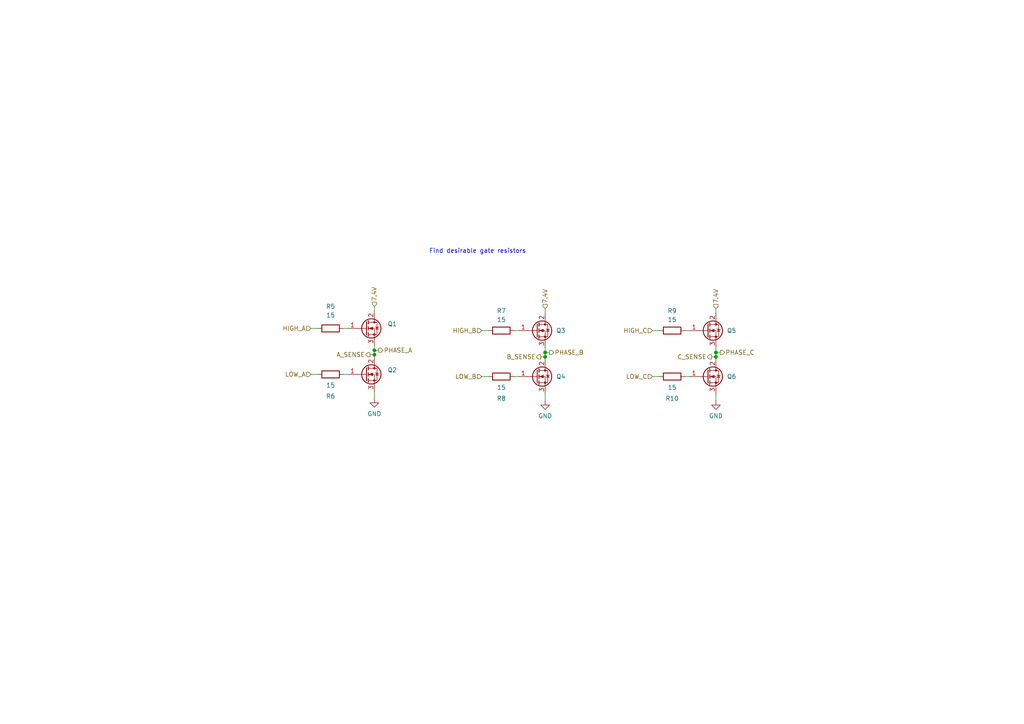
<source format=kicad_sch>
(kicad_sch (version 20230121) (generator eeschema)
  (paper "A4")
  (lib_symbols
    (symbol "Device:Q_NMOS_GDS" (pin_names (offset 0) hide)
      (property "Reference" "Q" (at 5.08 1.27 0))
      (property "Value" "Q_NMOS_GDS" (at 5.08 -1.27 0))
      (symbol "Q_NMOS_GDS_0_1"
        (polyline (pts (xy 0.254 0) (xy -2.54 0)))
        (polyline (pts (xy 0.254 1.905) (xy 0.254 -1.905)) (stroke (width 0.254)))
        (polyline (pts (xy 0.762 -1.27) (xy 0.762 -2.286)) (stroke (width 0.254)))
        (polyline (pts (xy 0.762 0.508) (xy 0.762 -0.508)) (stroke (width 0.254)))
        (polyline (pts (xy 0.762 2.286) (xy 0.762 1.27)) (stroke (width 0.254)))
        (polyline (pts (xy 2.54 2.54) (xy 2.54 1.778)))
        (polyline (pts (xy 2.54 -2.54) (xy 2.54 0) (xy 0.762 0)))
        (polyline (pts (xy 0.762 -1.778) (xy 3.302 -1.778) (xy 3.302 1.778) (xy 0.762 1.778)))
        (polyline (pts (xy 1.016 0) (xy 2.032 0.381) (xy 2.032 -0.381) (xy 1.016 0)) (fill (type outline)))
        (polyline (pts (xy 2.794 0.508) (xy 2.921 0.381) (xy 3.683 0.381) (xy 3.81 0.254)))
        (polyline (pts (xy 3.302 0.381) (xy 2.921 -0.254) (xy 3.683 -0.254) (xy 3.302 0.381)))
        (circle (center 1.651 0) (radius 2.794) (stroke (width 0.254)))
        (circle (center 2.54 -1.778) (radius 0.254) (fill (type outline)))
        (circle (center 2.54 1.778) (radius 0.254) (fill (type outline)))
      )
      (symbol "Q_NMOS_GDS_1_1"
        (pin input line (at -5.08 0 0) (length 2.54) (name "G") (number "1"))
        (pin passive line (at 2.54 5.08 270) (length 2.54) (name "D") (number "2"))
        (pin passive line (at 2.54 -5.08 90) (length 2.54) (name "S") (number "3"))
      )
    )
    (symbol "Device:R" (pin_numbers hide) (pin_names (offset 0))
      (property "Reference" "R" (at 2.032 0 90))
      (property "Value" "R" (at 0 0 90))
      (symbol "R_0_1"
        (rectangle (start -1.016 -2.54) (end 1.016 2.54) (stroke (width 0.254)))
      )
      (symbol "R_1_1"
        (pin passive line (at 0 3.81 270) (length 1.27) (name "~") (number "1"))
        (pin passive line (at 0 -3.81 90) (length 1.27) (name "~") (number "2"))
      )
    )
    (symbol "power:GND" (power) (pin_names (offset 0))
      (property "Value" "GND" (at 0 -3.81 0))
      (symbol "GND_0_1"
        (polyline (pts (xy 0 0) (xy 0 -1.27) (xy 1.27 -1.27) (xy 0 -2.54) (xy -1.27 -1.27) (xy 0 -1.27)))
      )
      (symbol "GND_1_1"
        (pin power_in line (at 0 0 270) (length 0) hide (name "GND") (number "1"))
      )
    )
  )
  (junction (at 207.645 102.235))
  (junction (at 158.115 103.505))
  (junction (at 108.585 102.87))
  (junction (at 207.645 103.505))
  (junction (at 108.585 101.6))
  (junction (at 158.115 102.235))
  (wire (pts (xy 158.115 102.235) (xy 159.385 102.235)))
  (wire (pts (xy 189.23 109.22) (xy 191.135 109.22)))
  (wire (pts (xy 206.375 103.505) (xy 207.645 103.505)))
  (wire (pts (xy 108.585 101.6) (xy 109.855 101.6)))
  (wire (pts (xy 108.585 102.87) (xy 108.585 103.505)))
  (wire (pts (xy 108.585 113.665) (xy 108.585 115.57)))
  (wire (pts (xy 108.585 101.6) (xy 108.585 102.87)))
  (wire (pts (xy 158.115 103.505) (xy 158.115 104.14)))
  (wire (pts (xy 207.645 89.535) (xy 207.645 90.805)))
  (wire (pts (xy 158.115 100.965) (xy 158.115 102.235)))
  (wire (pts (xy 158.115 102.235) (xy 158.115 103.505)))
  (wire (pts (xy 108.585 88.9) (xy 108.585 90.17)))
  (wire (pts (xy 107.315 102.87) (xy 108.585 102.87)))
  (wire (pts (xy 156.845 103.505) (xy 158.115 103.505)))
  (wire (pts (xy 90.17 108.585) (xy 92.075 108.585)))
  (wire (pts (xy 108.585 100.33) (xy 108.585 101.6)))
  (wire (pts (xy 207.645 102.235) (xy 208.915 102.235)))
  (wire (pts (xy 99.695 95.25) (xy 100.965 95.25)))
  (wire (pts (xy 139.7 109.22) (xy 141.605 109.22)))
  (wire (pts (xy 207.645 100.965) (xy 207.645 102.235)))
  (wire (pts (xy 189.23 95.885) (xy 191.135 95.885)))
  (wire (pts (xy 139.7 95.885) (xy 141.605 95.885)))
  (wire (pts (xy 158.115 114.3) (xy 158.115 116.205)))
  (wire (pts (xy 198.755 95.885) (xy 200.025 95.885)))
  (wire (pts (xy 149.225 95.885) (xy 150.495 95.885)))
  (wire (pts (xy 90.17 95.25) (xy 92.075 95.25)))
  (wire (pts (xy 207.645 114.3) (xy 207.645 116.205)))
  (wire (pts (xy 149.225 109.22) (xy 150.495 109.22)))
  (wire (pts (xy 158.115 89.535) (xy 158.115 90.805)))
  (wire (pts (xy 207.645 102.235) (xy 207.645 103.505)))
  (wire (pts (xy 198.755 109.22) (xy 200.025 109.22)))
  (wire (pts (xy 99.695 108.585) (xy 100.965 108.585)))
  (wire (pts (xy 207.645 103.505) (xy 207.645 104.14)))
  (text "Find desirable gate resistors" (at 124.46 73.66 0) (effects (font (size 1.27 1.27)) (justify left bottom)))
  (hierarchical_label "HIGH_C" (shape input) (at 189.23 95.885 180))
  (hierarchical_label "7.4V" (shape input) (at 108.585 88.9 90))
  (hierarchical_label "PHASE_C" (shape output) (at 208.915 102.235 0))
  (hierarchical_label "PHASE_B" (shape output) (at 159.385 102.235 0))
  (hierarchical_label "A_SENSE" (shape output) (at 107.315 102.87 180))
  (hierarchical_label "7.4V" (shape input) (at 207.645 89.535 90))
  (hierarchical_label "C_SENSE" (shape output) (at 206.375 103.505 180))
  (hierarchical_label "B_SENSE" (shape output) (at 156.845 103.505 180))
  (hierarchical_label "LOW_A" (shape input) (at 90.17 108.585 180))
  (hierarchical_label "7.4V" (shape input) (at 158.115 89.535 90))
  (hierarchical_label "HIGH_A" (shape input) (at 90.17 95.25 180))
  (hierarchical_label "LOW_B" (shape input) (at 139.7 109.22 180))
  (hierarchical_label "HIGH_B" (shape input) (at 139.7 95.885 180))
  (hierarchical_label "PHASE_A" (shape output) (at 109.855 101.6 0))
  (hierarchical_label "LOW_C" (shape input) (at 189.23 109.22 180))
  (symbol (lib_id "Device:R") (at 194.945 95.885 90) (unit 1)
    (property "Reference" "R9" (at 194.945 90.17 90))
    (property "Value" "15" (at 194.945 92.71 90))
  )
  (symbol (lib_id "power:GND") (at 108.585 115.57 0) (unit 1)
    (property "Reference" "#PWR06" (effects hide))
    (property "Value" "GND" (at 108.585 120.015 0))
  )
  (symbol (lib_id "Device:R") (at 95.885 108.585 90) (unit 1)
    (property "Reference" "R6" (at 95.885 114.935 90))
    (property "Value" "15" (at 95.885 111.76 90))
  )
  (symbol (lib_id "Device:R") (at 145.415 95.885 90) (unit 1)
    (property "Reference" "R7" (at 145.415 90.17 90))
    (property "Value" "15" (at 145.415 92.71 90))
  )
  (symbol (lib_id "Device:Q_NMOS_GDS") (at 205.105 109.22 0) (unit 1)
    (property "Reference" "Q6" (at 210.82 109.22 0) (effects (justify left)))
    (property "Value" "Q_NMOS_GDS" (effects hide))
    (property "Datasheet" "https://www.infineon.com/dgdl/Infineon-IPD135N03LG-DataSheet-v02_02-EN.pdf?fileId=db3a304327b897500127b8b9540f0003" (effects hide))
  )
  (symbol (lib_id "Device:R") (at 95.885 95.25 90) (unit 1)
    (property "Reference" "R5" (at 95.885 88.9 90))
    (property "Value" "15" (at 95.885 91.44 90))
  )
  (symbol (lib_id "Device:Q_NMOS_GDS") (at 106.045 95.25 0) (unit 1)
    (property "Reference" "Q1" (at 112.395 93.98 0) (effects (justify left)))
    (property "Value" "Q_NMOS_GDS" (effects hide))
    (property "Datasheet" "https://www.infineon.com/dgdl/Infineon-IPD135N03LG-DataSheet-v02_02-EN.pdf?fileId=db3a304327b897500127b8b9540f0003" (effects hide))
  )
  (symbol (lib_id "Device:Q_NMOS_GDS") (at 106.045 108.585 0) (unit 1)
    (property "Reference" "Q2" (at 112.395 107.315 0) (effects (justify left)))
    (property "Value" "Q_NMOS_GDS" (effects hide))
    (property "Datasheet" "https://www.infineon.com/dgdl/Infineon-IPD135N03LG-DataSheet-v02_02-EN.pdf?fileId=db3a304327b897500127b8b9540f0003" (effects hide))
  )
  (symbol (lib_id "Device:R") (at 194.945 109.22 90) (unit 1)
    (property "Reference" "R10" (at 194.945 115.57 90))
    (property "Value" "15" (at 194.945 112.395 90))
  )
  (symbol (lib_id "Device:R") (at 145.415 109.22 90) (unit 1)
    (property "Reference" "R8" (at 145.415 115.57 90))
    (property "Value" "15" (at 145.415 112.395 90))
  )
  (symbol (lib_id "Device:Q_NMOS_GDS") (at 155.575 95.885 0) (unit 1)
    (property "Reference" "Q3" (at 161.29 95.885 0) (effects (justify left)))
    (property "Value" "Q_NMOS_GDS" (effects hide))
    (property "Datasheet" "https://www.infineon.com/dgdl/Infineon-IPD135N03LG-DataSheet-v02_02-EN.pdf?fileId=db3a304327b897500127b8b9540f0003" (effects hide))
  )
  (symbol (lib_id "Device:Q_NMOS_GDS") (at 155.575 109.22 0) (unit 1)
    (property "Reference" "Q4" (at 161.29 109.22 0) (effects (justify left)))
    (property "Value" "Q_NMOS_GDS" (effects hide))
    (property "Datasheet" "https://www.infineon.com/dgdl/Infineon-IPD135N03LG-DataSheet-v02_02-EN.pdf?fileId=db3a304327b897500127b8b9540f0003" (effects hide))
  )
  (symbol (lib_id "power:GND") (at 207.645 116.205 0) (unit 1)
    (property "Reference" "#PWR08" (effects hide))
    (property "Value" "GND" (at 207.645 120.65 0))
  )
  (symbol (lib_id "power:GND") (at 158.115 116.205 0) (unit 1)
    (property "Reference" "#PWR07" (effects hide))
    (property "Value" "GND" (at 158.115 120.65 0))
  )
  (symbol (lib_id "Device:Q_NMOS_GDS") (at 205.105 95.885 0) (unit 1)
    (property "Reference" "Q5" (at 210.82 95.885 0) (effects (justify left)))
    (property "Value" "Q_NMOS_GDS" (effects hide))
    (property "Datasheet" "https://www.infineon.com/dgdl/Infineon-IPD135N03LG-DataSheet-v02_02-EN.pdf?fileId=db3a304327b897500127b8b9540f0003" (effects hide))
  )
)
</source>
